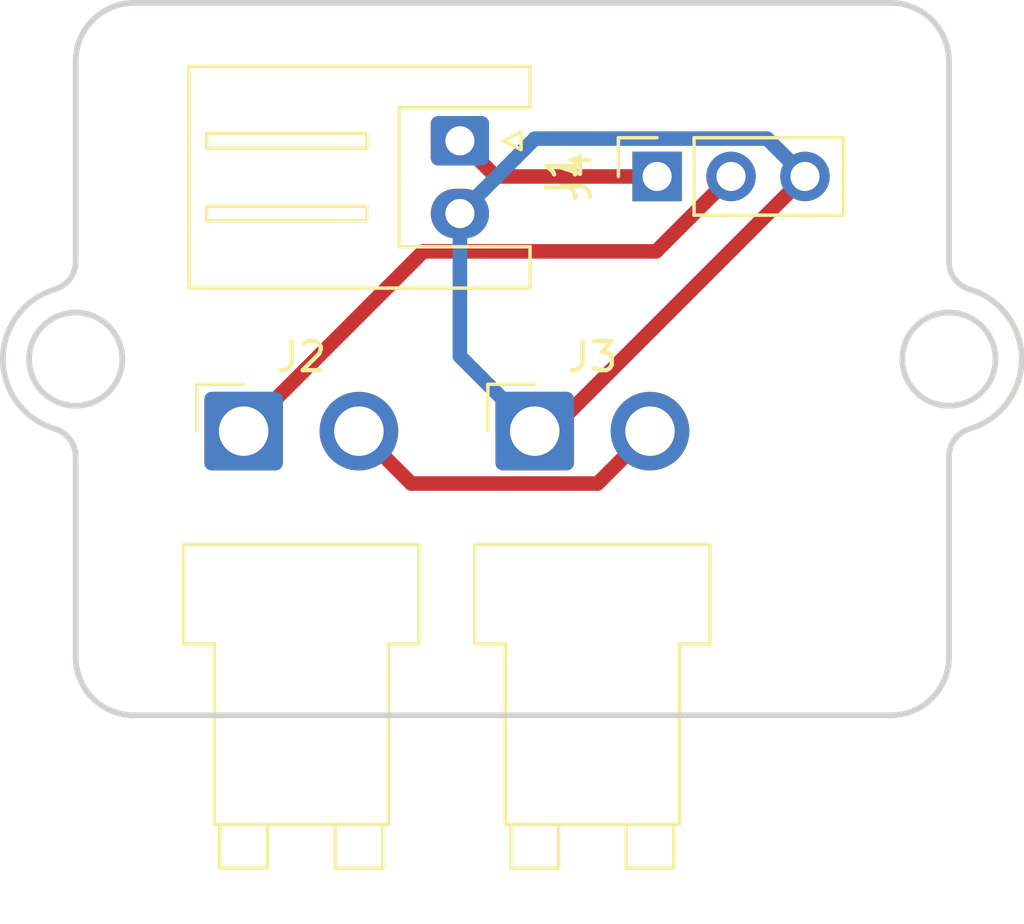
<source format=kicad_pcb>
(kicad_pcb (version 20211014) (generator pcbnew)
  (layers (0 "F.Cu" signal) (31 "B.Cu" signal) (34 "B.Paste" user) (35 "F.Paste" user) (36 "B.SilkS" user "B.Silkscreen") (37 "F.SilkS" user "F.Silkscreen") (38 "B.Mask" user) (39 "F.Mask" user) (44 "Edge.Cuts" user))
  (net 0 "")
  (net 1 "SIG")
  (net 2 "OUT-")
  (net 3 "GND")
  (net 4 "35V")
  (footprint "Connector_JST:JST_VH_B2PS-VH_1x02_P3.96mm_Horizontal" (layer "F.Cu") (at 149.77 109.475)
    (fp_text reference "J2" (at 1.98 -2.55) (layer "F.SilkS"))
    (fp_text value "OUT")
    (fp_line (start 3.14 15.01) (end 4.78 15.01) (layer "F.SilkS") (width 0.12))
    (fp_line (start -0.82 15.01) (end 0.82 15.01) (layer "F.SilkS") (width 0.12))
    (fp_line (start 0 -1.61) (end -1.61 -1.61) (layer "F.SilkS") (width 0.12))
    (fp_line (start 0.82 15.01) (end 0.82 13.51) (layer "F.SilkS") (width 0.12))
    (fp_line (start 6.02 3.89) (end 6.02 7.31) (layer "F.SilkS") (width 0.12))
    (fp_line (start -2.06 7.31) (end -2.06 3.89) (layer "F.SilkS") (width 0.12))
    (fp_line (start -1.01 13.51) (end -1.01 7.31) (layer "F.SilkS") (width 0.12))
    (fp_line (start 6.02 7.31) (end 4.97 7.31) (layer "F.SilkS") (width 0.12))
    (fp_line (start -1.01 7.31) (end -2.06 7.31) (layer "F.SilkS") (width 0.12))
    (fp_line (start -2.06 3.89) (end 6.02 3.89) (layer "F.SilkS") (width 0.12))
    (fp_line (start -1.61 -1.61) (end -1.61 0) (layer "F.SilkS") (width 0.12))
    (fp_line (start 3.14 13.51) (end 3.14 15.01) (layer "F.SilkS") (width 0.12))
    (fp_line (start 4.97 13.51) (end -1.01 13.51) (layer "F.SilkS") (width 0.12))
    (fp_line (start 4.78 15.01) (end 4.78 13.51) (layer "F.SilkS") (width 0.12))
    (fp_line (start -0.82 13.51) (end -0.82 15.01) (layer "F.SilkS") (width 0.12))
    (fp_line (start 4.97 7.31) (end 4.97 13.51) (layer "F.SilkS") (width 0.12))
    (pad "1" thru_hole roundrect (at 0 0) (size 2.7 2.7) (drill 1.7) (layers *.Cu *.Mask) (roundrect_rratio 0.09259296296) (net 2 "OUT-"))
    (pad "2" thru_hole circle (at 3.96 0) (size 2.7 2.7) (drill 1.7) (layers *.Cu *.Mask) (net 4 "35V"))
  )
  (footprint "Connector_PinSocket_2.54mm:PinSocket_1x03_P2.54mm_Vertical" (layer "F.Cu") (at 163.975 100.725 90)
    (fp_text reference "J4" (at 0 -2.77 90) (layer "F.SilkS"))
    (fp_text value "2SK703")
    (fp_line (start 0 -1.33) (end 1.33 -1.33) (layer "F.SilkS") (width 0.12))
    (fp_line (start -1.33 1.27) (end -1.33 6.41) (layer "F.SilkS") (width 0.12))
    (fp_line (start 1.33 -1.33) (end 1.33 0) (layer "F.SilkS") (width 0.12))
    (fp_line (start 1.33 1.27) (end 1.33 6.41) (layer "F.SilkS") (width 0.12))
    (fp_line (start -1.33 6.41) (end 1.33 6.41) (layer "F.SilkS") (width 0.12))
    (fp_line (start -1.33 1.27) (end 1.33 1.27) (layer "F.SilkS") (width 0.12))
    (pad "1" thru_hole rect (at 0 0 90) (size 1.7 1.7) (drill 1) (layers *.Cu *.Mask) (net 1 "SIG"))
    (pad "2" thru_hole oval (at 0 2.54 90) (size 1.7 1.7) (drill 1) (layers *.Cu *.Mask) (net 2 "OUT-"))
    (pad "3" thru_hole oval (at 0 5.08 90) (size 1.7 1.7) (drill 1) (layers *.Cu *.Mask) (net 3 "GND"))
  )
  (footprint "Connector_JST:JST_XH_S2B-XH-A_1x02_P2.50mm_Horizontal" (layer "F.Cu") (at 157.2 99.5 -90)
    (fp_text reference "J1" (at 1.25 -3.5 90) (layer "F.SilkS"))
    (fp_text value "signal in")
    (fp_line (start 0.25 3.2) (end -0.25 3.2) (layer "F.SilkS") (width 0.12))
    (fp_line (start 3.64 2.09) (end 1.25 2.09) (layer "F.SilkS") (width 0.12))
    (fp_line (start 1.25 9.31) (end -2.56 9.31) (layer "F.SilkS") (width 0.12))
    (fp_line (start 2.25 8.7) (end 2.75 8.7) (layer "F.SilkS") (width 0.12))
    (fp_line (start 5.06 -2.41) (end 3.64 -2.41) (layer "F.SilkS") (width 0.12))
    (fp_line (start -2.56 9.31) (end -2.56 -2.41) (layer "F.SilkS") (width 0.12))
    (fp_line (start 2.75 8.7) (end 2.75 3.2) (layer "F.SilkS") (width 0.12))
    (fp_line (start -1.14 -2.41) (end -1.14 2.09) (layer "F.SilkS") (width 0.12))
    (fp_line (start -0.25 8.7) (end 0.25 8.7) (layer "F.SilkS") (width 0.12))
    (fp_line (start 2.75 3.2) (end 2.25 3.2) (layer "F.SilkS") (width 0.12))
    (fp_line (start 5.06 9.31) (end 5.06 -2.41) (layer "F.SilkS") (width 0.12))
    (fp_line (start -2.56 -2.41) (end -1.14 -2.41) (layer "F.SilkS") (width 0.12))
    (fp_line (start 2.25 3.2) (end 2.25 8.7) (layer "F.SilkS") (width 0.12))
    (fp_line (start -0.25 3.2) (end -0.25 8.7) (layer "F.SilkS") (width 0.12))
    (fp_line (start 3.64 -2.41) (end 3.64 2.09) (layer "F.SilkS") (width 0.12))
    (fp_line (start 1.25 9.31) (end 5.06 9.31) (layer "F.SilkS") (width 0.12))
    (fp_line (start -1.14 2.09) (end 1.25 2.09) (layer "F.SilkS") (width 0.12))
    (fp_line (start 0.25 8.7) (end 0.25 3.2) (layer "F.SilkS") (width 0.12))
    (fp_line (start 0 -1.5) (end -0.3 -2.1) (layer "F.SilkS") (width 0.12))
    (fp_line (start 0.3 -2.1) (end 0 -1.5) (layer "F.SilkS") (width 0.12))
    (fp_line (start -0.3 -2.1) (end 0.3 -2.1) (layer "F.SilkS") (width 0.12))
    (pad "1" thru_hole roundrect (at 0 0 270) (size 1.7 2) (drill 1) (layers *.Cu *.Mask) (roundrect_rratio 0.1470588235) (net 1 "SIG"))
    (pad "2" thru_hole oval (at 2.5 0 270) (size 1.7 2) (drill 1) (layers *.Cu *.Mask) (net 3 "GND"))
  )
  (footprint "Connector_JST:JST_VH_B2PS-VH_1x02_P3.96mm_Horizontal" (layer "F.Cu") (at 159.77 109.475)
    (fp_text reference "J3" (at 1.98 -2.55) (layer "F.SilkS"))
    (fp_text value "IN")
    (fp_line (start -0.82 15.01) (end 0.82 15.01) (layer "F.SilkS") (width 0.12))
    (fp_line (start -0.82 13.51) (end -0.82 15.01) (layer "F.SilkS") (width 0.12))
    (fp_line (start 3.14 15.01) (end 4.78 15.01) (layer "F.SilkS") (width 0.12))
    (fp_line (start 6.02 7.31) (end 4.97 7.31) (layer "F.SilkS") (width 0.12))
    (fp_line (start 4.78 15.01) (end 4.78 13.51) (layer "F.SilkS") (width 0.12))
    (fp_line (start 6.02 3.89) (end 6.02 7.31) (layer "F.SilkS") (width 0.12))
    (fp_line (start 4.97 7.31) (end 4.97 13.51) (layer "F.SilkS") (width 0.12))
    (fp_line (start -1.01 13.51) (end -1.01 7.31) (layer "F.SilkS") (width 0.12))
    (fp_line (start 3.14 13.51) (end 3.14 15.01) (layer "F.SilkS") (width 0.12))
    (fp_line (start -2.06 3.89) (end 6.02 3.89) (layer "F.SilkS") (width 0.12))
    (fp_line (start -2.06 7.31) (end -2.06 3.89) (layer "F.SilkS") (width 0.12))
    (fp_line (start -1.61 -1.61) (end -1.61 0) (layer "F.SilkS") (width 0.12))
    (fp_line (start -1.01 7.31) (end -2.06 7.31) (layer "F.SilkS") (width 0.12))
    (fp_line (start 0 -1.61) (end -1.61 -1.61) (layer "F.SilkS") (width 0.12))
    (fp_line (start 4.97 13.51) (end -1.01 13.51) (layer "F.SilkS") (width 0.12))
    (fp_line (start 0.82 15.01) (end 0.82 13.51) (layer "F.SilkS") (width 0.12))
    (pad "1" thru_hole roundrect (at 0 0) (size 2.7 2.7) (drill 1.7) (layers *.Cu *.Mask) (roundrect_rratio 0.09259296296) (net 3 "GND"))
    (pad "2" thru_hole circle (at 3.96 0) (size 2.7 2.7) (drill 1.7) (layers *.Cu *.Mask) (net 4 "35V"))
  )
  (gr_line (start 146 94.763175) (end 172 94.763175) (layer "Edge.Cuts") (width 0.2))
  (gr_arc (start 144 103.646073) (mid 143.801784 104.243688) (end 143.285714 104.604388) (layer "Edge.Cuts") (width 0.2))
  (gr_line (start 174 96.763175) (end 174 103.646073) (layer "Edge.Cuts") (width 0.2))
  (gr_line (start 144 117.236826) (end 144 110.354277) (layer "Edge.Cuts") (width 0.2))
  (gr_arc (start 174 117.236826) (mid 173.414214 118.65104) (end 172 119.236826) (layer "Edge.Cuts") (width 0.2))
  (gr_line (start 144 103.646073) (end 144 96.763175) (layer "Edge.Cuts") (width 0.2))
  (gr_arc (start 146 119.236826) (mid 144.585786 118.65104) (end 144 117.236826) (layer "Edge.Cuts") (width 0.2))
  (gr_line (start 172 119.236826) (end 146 119.236826) (layer "Edge.Cuts") (width 0.2))
  (gr_arc (start 144 96.763175) (mid 144.585786 95.348961) (end 146 94.763175) (layer "Edge.Cuts") (width 0.2))
  (gr_arc (start 174.714286 104.604388) (mid 176.5 107.000175) (end 174.714286 109.395962) (layer "Edge.Cuts") (width 0.2))
  (gr_arc (start 143.285714 109.395962) (mid 141.5 107.000175) (end 143.285714 104.604388) (layer "Edge.Cuts") (width 0.2))
  (gr_circle (center 174 107.000175) (end 174 105.400175) (layer "Edge.Cuts") (width 0.2) (fill none))
  (gr_circle (center 144 107.000175) (end 144 105.400175) (layer "Edge.Cuts") (width 0.2) (fill none))
  (gr_arc (start 174.714286 104.604388) (mid 174.198216 104.243688) (end 174 103.646073) (layer "Edge.Cuts") (width 0.2))
  (gr_line (start 174 110.354277) (end 174 117.236826) (layer "Edge.Cuts") (width 0.2))
  (gr_arc (start 143.285714 109.395962) (mid 143.801784 109.756663) (end 144 110.354277) (layer "Edge.Cuts") (width 0.2))
  (gr_arc (start 174 110.354277) (mid 174.198216 109.756663) (end 174.714286 109.395962) (layer "Edge.Cuts") (width 0.2))
  (gr_arc (start 172 94.763175) (mid 173.414214 95.348961) (end 174 96.763175) (layer "Edge.Cuts") (width 0.2))
  (segment (start 158.425 100.725) (end 163.975 100.725) (width 0.5) (layer "F.Cu") (net 1))
  (segment (start 157.2 99.5) (end 158.425 100.725) (width 0.5) (layer "F.Cu") (net 1))
  (segment (start 149.77 109.475) (end 155.94548 103.29952) (width 0.5) (layer "F.Cu") (net 2))
  (segment (start 155.94548 103.29952) (end 163.94048 103.29952) (width 0.5) (layer "F.Cu") (net 2))
  (segment (start 163.94048 103.29952) (end 166.515 100.725) (width 0.5) (layer "F.Cu") (net 2))
  (segment (start 160.305 109.475) (end 169.055 100.725) (width 0.5) (layer "F.Cu") (net 3))
  (segment (start 159.77 109.475) (end 160.305 109.475) (width 0.5) (layer "F.Cu") (net 3))
  (segment (start 159.774511 99.425489) (end 167.755489 99.425489) (width 0.5) (layer "B.Cu") (net 3))
  (segment (start 167.755489 99.425489) (end 169.055 100.725) (width 0.5) (layer "B.Cu") (net 3))
  (segment (start 159.77 109.475) (end 157.2 106.905) (width 0.5) (layer "B.Cu") (net 3))
  (segment (start 157.2 106.905) (end 157.2 102) (width 0.5) (layer "B.Cu") (net 3))
  (segment (start 157.2 102) (end 159.774511 99.425489) (width 0.5) (layer "B.Cu") (net 3))
  (segment (start 155.52952 111.27452) (end 153.73 109.475) (width 0.5) (layer "F.Cu") (net 4))
  (segment (start 161.93048 111.27452) (end 155.52952 111.27452) (width 0.5) (layer "F.Cu") (net 4))
  (segment (start 163.73 109.475) (end 161.93048 111.27452) (width 0.5) (layer "F.Cu") (net 4))
)
</source>
